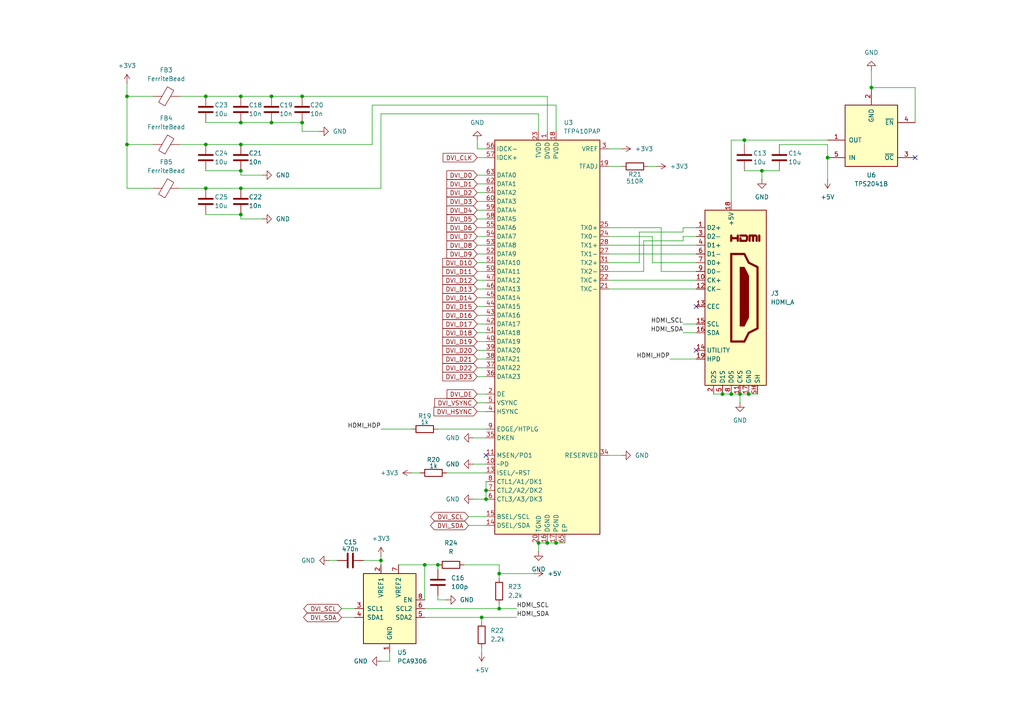
<source format=kicad_sch>
(kicad_sch (version 20231120) (generator "eeschema") (generator_version "8.0")
  (paper "A4")
  (title_block (title "ECP5 85F Platonic Board") (rev "V0.1") (company "ODHIN Unicamp") (comment 1 "Licensed under CERN OHL V2 Permissive") (comment 2 "Designed by: Julio Nunes Avelar"))
  (lib_symbols
    (symbol "Connector:HDMI_A"
      (property "Reference" "J" (at -6.35 26.67 0))
      (property "Value" "HDMI_A" (at 10.16 26.67 0))
      (symbol "HDMI_A_0_0"
        (polyline (pts (xy 8.128 16.51) (xy 8.128 18.034)) (stroke (width 0.635)))
        (polyline (pts (xy 0 16.51) (xy 0 18.034) (xy 0 17.272) (xy 1.905 17.272) (xy 1.905 18.034) (xy 1.905 16.51)) (stroke (width 0.635)))
        (polyline (pts (xy 2.667 18.034) (xy 4.318 18.034) (xy 4.572 17.78) (xy 4.572 16.764) (xy 4.318 16.51) (xy 2.667 16.51) (xy 2.667 17.272)) (stroke (width 0.635)))
      )
      (symbol "HDMI_A_0_1"
        (rectangle (start -7.62 25.4) (end 10.16 -25.4) (stroke (width 0.254)) (fill (type background)))
        (polyline (pts (xy 2.54 8.89) (xy 3.81 8.89) (xy 5.08 6.35) (xy 5.08 -5.715) (xy 3.81 -8.255) (xy 2.54 -8.255) (xy 2.54 8.89)) (fill (type outline)))
        (polyline (pts (xy 5.334 16.51) (xy 5.334 18.034) (xy 6.35 18.034) (xy 6.35 16.51) (xy 6.35 18.034) (xy 7.112 18.034) (xy 7.366 17.78) (xy 7.366 16.51)) (stroke (width 0.635)))
        (polyline (pts (xy 0 12.7) (xy 0 -12.7) (xy 3.81 -12.7) (xy 5.08 -10.16) (xy 7.62 -8.89) (xy 7.62 8.89) (xy 5.08 10.16) (xy 3.81 12.7) (xy 0 12.7)) (stroke (width 0.635)))
      )
      (symbol "HDMI_A_1_1"
        (pin passive line (at -10.16 20.32 0) (length 2.54) (name "D2+") (number "1"))
        (pin passive line (at -10.16 5.08 0) (length 2.54) (name "CK+") (number "10"))
        (pin power_in line (at 2.54 -27.94 90) (length 2.54) (name "CKS") (number "11"))
        (pin passive line (at -10.16 2.54 0) (length 2.54) (name "CK-") (number "12"))
        (pin bidirectional line (at -10.16 -2.54 0) (length 2.54) (name "CEC") (number "13"))
        (pin passive line (at -10.16 -15.24 0) (length 2.54) (name "UTILITY") (number "14"))
        (pin passive line (at -10.16 -7.62 0) (length 2.54) (name "SCL") (number "15"))
        (pin bidirectional line (at -10.16 -10.16 0) (length 2.54) (name "SDA") (number "16"))
        (pin power_in line (at 5.08 -27.94 90) (length 2.54) (name "GND") (number "17"))
        (pin power_in line (at 0 27.94 270) (length 2.54) (name "+5V") (number "18"))
        (pin passive line (at -10.16 -17.78 0) (length 2.54) (name "HPD") (number "19"))
        (pin power_in line (at -5.08 -27.94 90) (length 2.54) (name "D2S") (number "2"))
        (pin passive line (at -10.16 17.78 0) (length 2.54) (name "D2-") (number "3"))
        (pin passive line (at -10.16 15.24 0) (length 2.54) (name "D1+") (number "4"))
        (pin power_in line (at -2.54 -27.94 90) (length 2.54) (name "D1S") (number "5"))
        (pin passive line (at -10.16 12.7 0) (length 2.54) (name "D1-") (number "6"))
        (pin passive line (at -10.16 10.16 0) (length 2.54) (name "D0+") (number "7"))
        (pin power_in line (at 0 -27.94 90) (length 2.54) (name "D0S") (number "8"))
        (pin passive line (at -10.16 7.62 0) (length 2.54) (name "D0-") (number "9"))
        (pin passive line (at 7.62 -27.94 90) (length 2.54) (name "SH") (number "SH"))
      )
    )
    (symbol "Device:C" (pin_numbers hide) (pin_names (offset 0.254))
      (property "Reference" "C" (at 0.635 2.54 0))
      (property "Value" "C" (at 0.635 -2.54 0))
      (symbol "C_0_1"
        (polyline (pts (xy -2.032 -0.762) (xy 2.032 -0.762)) (stroke (width 0.508)))
        (polyline (pts (xy -2.032 0.762) (xy 2.032 0.762)) (stroke (width 0.508)))
      )
      (symbol "C_1_1"
        (pin passive line (at 0 3.81 270) (length 2.794) (name "~") (number "1"))
        (pin passive line (at 0 -3.81 90) (length 2.794) (name "~") (number "2"))
      )
    )
    (symbol "Device:FerriteBead" (pin_numbers hide) (pin_names (offset 0))
      (property "Reference" "FB" (at -3.81 0.635 90))
      (property "Value" "FerriteBead" (at 3.81 0 90))
      (symbol "FerriteBead_0_1"
        (polyline (pts (xy 0 -1.27) (xy 0 -1.2192)))
        (polyline (pts (xy 0 1.27) (xy 0 1.2954)))
        (polyline (pts (xy -2.7686 0.4064) (xy -1.7018 2.2606) (xy 2.7686 -0.3048) (xy 1.6764 -2.159) (xy -2.7686 0.4064)))
      )
      (symbol "FerriteBead_1_1"
        (pin passive line (at 0 3.81 270) (length 2.54) (name "~") (number "1"))
        (pin passive line (at 0 -3.81 90) (length 2.54) (name "~") (number "2"))
      )
    )
    (symbol "Device:R" (pin_numbers hide) (pin_names (offset 0))
      (property "Reference" "R" (at 2.032 0 90))
      (property "Value" "R" (at 0 0 90))
      (symbol "R_0_1"
        (rectangle (start -1.016 -2.54) (end 1.016 2.54) (stroke (width 0.254)))
      )
      (symbol "R_1_1"
        (pin passive line (at 0 3.81 270) (length 1.27) (name "~") (number "1"))
        (pin passive line (at 0 -3.81 90) (length 1.27) (name "~") (number "2"))
      )
    )
    (symbol "Interface:PCA9306" (pin_names (offset 1.016))
      (property "Reference" "U" (at -7.62 11.43 0))
      (property "Value" "PCA9306" (at 5.08 11.43 0))
      (symbol "PCA9306_0_1"
        (rectangle (start -7.62 10.16) (end 7.62 -10.16) (stroke (width 0.254)) (fill (type background)))
      )
      (symbol "PCA9306_1_1"
        (pin power_in line (at 0 -12.7 90) (length 2.54) (name "GND") (number "1"))
        (pin power_in line (at -2.54 12.7 270) (length 2.54) (name "VREF1") (number "2"))
        (pin bidirectional line (at -10.16 0 0) (length 2.54) (name "SCL1") (number "3"))
        (pin bidirectional line (at -10.16 -2.54 0) (length 2.54) (name "SDA1") (number "4"))
        (pin bidirectional line (at 10.16 -2.54 180) (length 2.54) (name "SDA2") (number "5"))
        (pin bidirectional line (at 10.16 0 180) (length 2.54) (name "SCL2") (number "6"))
        (pin power_in line (at 2.54 12.7 270) (length 2.54) (name "VREF2") (number "7"))
        (pin input line (at 10.16 2.54 180) (length 2.54) (name "EN") (number "8"))
      )
    )
    (symbol "Power_Management:TPS2041B" (pin_names (offset 1.016))
      (property "Reference" "U" (at 0 10.795 0))
      (property "Value" "TPS2041B" (at 0 8.89 0))
      (symbol "TPS2041B_0_1"
        (rectangle (start -7.62 7.62) (end 7.62 -10.16) (stroke (width 0.254)) (fill (type background)))
      )
      (symbol "TPS2041B_1_1"
        (pin power_out line (at 12.7 0 180) (length 5.08) (name "OUT") (number "1"))
        (pin power_in line (at 0 -15.24 90) (length 5.08) (name "GND") (number "2"))
        (pin open_collector line (at -12.7 5.08 0) (length 5.08) (name "~{OC}") (number "3"))
        (pin input line (at -12.7 -5.08 0) (length 5.08) (name "~{EN}") (number "4"))
        (pin power_in line (at 12.7 5.08 180) (length 5.08) (name "IN") (number "5"))
      )
    )
    (symbol "Video:TFP410PAP"
      (property "Reference" "U" (at -13.97 57.15 0))
      (property "Value" "TFP410PAP" (at 11.43 57.15 0))
      (symbol "TFP410PAP_0_1"
        (rectangle (start -15.24 55.88) (end 15.24 -58.42) (stroke (width 0.254)) (fill (type background)))
      )
      (symbol "TFP410PAP_1_1"
        (pin power_in line (at 0 58.42 270) (length 2.54) (name "DVDD") (number "1"))
        (pin input line (at -17.78 -38.1 0) (length 2.54) (name "~PD") (number "10"))
        (pin output line (at -17.78 -35.56 0) (length 2.54) (name "MSEN/PO1") (number "11"))
        (pin passive line (at 0 58.42 270) (length 2.54) hide (name "DVDD") (number "12"))
        (pin input line (at -17.78 -40.64 0) (length 2.54) (name "ISEL/~RST") (number "13"))
        (pin bidirectional line (at -17.78 -55.88 0) (length 2.54) (name "DSEL/SDA") (number "14"))
        (pin input line (at -17.78 -53.34 0) (length 2.54) (name "BSEL/SCL") (number "15"))
        (pin power_in line (at 0 -60.96 90) (length 2.54) (name "DGND") (number "16"))
        (pin power_in line (at 2.54 -60.96 90) (length 2.54) (name "PGND") (number "17"))
        (pin power_in line (at 2.54 58.42 270) (length 2.54) (name "PVDD") (number "18"))
        (pin input line (at 17.78 48.26 180) (length 2.54) (name "TFADJ") (number "19"))
        (pin input line (at -17.78 -17.78 0) (length 2.54) (name "DE") (number "2"))
        (pin power_in line (at -2.54 -60.96 90) (length 2.54) (name "TGND") (number "20"))
        (pin output line (at 17.78 12.7 180) (length 2.54) (name "TXC-") (number "21"))
        (pin output line (at 17.78 15.24 180) (length 2.54) (name "TXC+") (number "22"))
        (pin power_in line (at -2.54 58.42 270) (length 2.54) (name "TVDD") (number "23"))
        (pin output line (at 17.78 27.94 180) (length 2.54) (name "TX0-") (number "24"))
        (pin output line (at 17.78 30.48 180) (length 2.54) (name "TX0+") (number "25"))
        (pin passive line (at -2.54 -60.96 90) (length 2.54) hide (name "TGND") (number "26"))
        (pin output line (at 17.78 22.86 180) (length 2.54) (name "TX1-") (number "27"))
        (pin output line (at 17.78 25.4 180) (length 2.54) (name "TX1+") (number "28"))
        (pin passive line (at -2.54 58.42 270) (length 2.54) hide (name "TVDD") (number "29"))
        (pin input line (at 17.78 53.34 180) (length 2.54) (name "VREF") (number "3"))
        (pin output line (at 17.78 17.78 180) (length 2.54) (name "TX2-") (number "30"))
        (pin output line (at 17.78 20.32 180) (length 2.54) (name "TX2+") (number "31"))
        (pin passive line (at -2.54 -60.96 90) (length 2.54) hide (name "TGND") (number "32"))
        (pin passive line (at 0 58.42 270) (length 2.54) hide (name "DVDD") (number "33"))
        (pin input line (at 17.78 -35.56 180) (length 2.54) (name "RESERVED") (number "34"))
        (pin input line (at -17.78 -30.48 0) (length 2.54) (name "DKEN") (number "35"))
        (pin input line (at -17.78 -12.7 0) (length 2.54) (name "DATA23") (number "36"))
        (pin input line (at -17.78 -10.16 0) (length 2.54) (name "DATA22") (number "37"))
        (pin input line (at -17.78 -7.62 0) (length 2.54) (name "DATA21") (number "38"))
        (pin input line (at -17.78 -5.08 0) (length 2.54) (name "DATA20") (number "39"))
        (pin input line (at -17.78 -22.86 0) (length 2.54) (name "HSYNC") (number "4"))
        (pin input line (at -17.78 -2.54 0) (length 2.54) (name "DATA19") (number "40"))
        (pin input line (at -17.78 0 0) (length 2.54) (name "DATA18") (number "41"))
        (pin input line (at -17.78 2.54 0) (length 2.54) (name "DATA17") (number "42"))
        (pin input line (at -17.78 5.08 0) (length 2.54) (name "DATA16") (number "43"))
        (pin input line (at -17.78 7.62 0) (length 2.54) (name "DATA15") (number "44"))
        (pin input line (at -17.78 10.16 0) (length 2.54) (name "DATA14") (number "45"))
        (pin input line (at -17.78 12.7 0) (length 2.54) (name "DATA13") (number "46"))
        (pin input line (at -17.78 15.24 0) (length 2.54) (name "DATA12") (number "47"))
        (pin passive line (at 0 -60.96 90) (length 2.54) hide (name "DGND") (number "48"))
        (pin no_connect line (at 15.24 -33.02 180) (length 2.54) hide (name "NC") (number "49"))
        (pin input line (at -17.78 -20.32 0) (length 2.54) (name "VSYNC") (number "5"))
        (pin input line (at -17.78 17.78 0) (length 2.54) (name "DATA11") (number "50"))
        (pin input line (at -17.78 20.32 0) (length 2.54) (name "DATA10") (number "51"))
        (pin input line (at -17.78 22.86 0) (length 2.54) (name "DATA9") (number "52"))
        (pin input line (at -17.78 25.4 0) (length 2.54) (name "DATA8") (number "53"))
        (pin input line (at -17.78 27.94 0) (length 2.54) (name "DATA7") (number "54"))
        (pin input line (at -17.78 30.48 0) (length 2.54) (name "DATA6") (number "55"))
        (pin input line (at -17.78 53.34 0) (length 2.54) (name "IDCK-") (number "56"))
        (pin input line (at -17.78 50.8 0) (length 2.54) (name "IDCK+") (number "57"))
        (pin input line (at -17.78 33.02 0) (length 2.54) (name "DATA5") (number "58"))
        (pin input line (at -17.78 35.56 0) (length 2.54) (name "DATA4") (number "59"))
        (pin input line (at -17.78 -48.26 0) (length 2.54) (name "CTL3/A3/DK3") (number "6"))
        (pin input line (at -17.78 38.1 0) (length 2.54) (name "DATA3") (number "60"))
        (pin input line (at -17.78 40.64 0) (length 2.54) (name "DATA2") (number "61"))
        (pin input line (at -17.78 43.18 0) (length 2.54) (name "DATA1") (number "62"))
        (pin input line (at -17.78 45.72 0) (length 2.54) (name "DATA0") (number "63"))
        (pin passive line (at 0 -60.96 90) (length 2.54) hide (name "DGND") (number "64"))
        (pin power_in line (at 5.08 -60.96 90) (length 2.54) (name "EP") (number "65"))
        (pin input line (at -17.78 -45.72 0) (length 2.54) (name "CTL2/A2/DK2") (number "7"))
        (pin input line (at -17.78 -43.18 0) (length 2.54) (name "CTL1/A1/DK1") (number "8"))
        (pin input line (at -17.78 -27.94 0) (length 2.54) (name "EDGE/HTPLG") (number "9"))
      )
    )
    (symbol "power:+3V3" (power) (pin_numbers hide) (pin_names (offset 0) hide)
      (property "Value" "+3V3" (at 0 3.556 0))
      (symbol "+3V3_0_1"
        (polyline (pts (xy -0.762 1.27) (xy 0 2.54)))
        (polyline (pts (xy 0 0) (xy 0 2.54)))
        (polyline (pts (xy 0 2.54) (xy 0.762 1.27)))
      )
      (symbol "+3V3_1_1"
        (pin power_in line (at 0 0 90) (length 0) (name "~") (number "1"))
      )
    )
    (symbol "power:+5V" (power) (pin_numbers hide) (pin_names (offset 0) hide)
      (property "Value" "+5V" (at 0 3.556 0))
      (symbol "+5V_0_1"
        (polyline (pts (xy -0.762 1.27) (xy 0 2.54)))
        (polyline (pts (xy 0 0) (xy 0 2.54)))
        (polyline (pts (xy 0 2.54) (xy 0.762 1.27)))
      )
      (symbol "+5V_1_1"
        (pin power_in line (at 0 0 90) (length 0) (name "~") (number "1"))
      )
    )
    (symbol "power:GND" (power) (pin_numbers hide) (pin_names (offset 0) hide)
      (property "Value" "GND" (at 0 -3.81 0))
      (symbol "GND_0_1"
        (polyline (pts (xy 0 0) (xy 0 -1.27) (xy 1.27 -1.27) (xy 0 -2.54) (xy -1.27 -1.27) (xy 0 -1.27)))
      )
      (symbol "GND_1_1"
        (pin power_in line (at 0 0 270) (length 0) (name "~") (number "1"))
      )
    )
  )
  (junction (at 156.21 157.48))
  (junction (at 36.83 27.94))
  (junction (at 140.97 142.24))
  (junction (at 87.63 35.56))
  (junction (at 127 163.83))
  (junction (at 59.69 27.94))
  (junction (at 78.74 27.94))
  (junction (at 110.49 162.56))
  (junction (at 144.78 166.37))
  (junction (at 209.55 114.3))
  (junction (at 59.69 41.91))
  (junction (at 69.85 49.53))
  (junction (at 215.9 40.64))
  (junction (at 220.98 49.53))
  (junction (at 69.85 35.56))
  (junction (at 123.19 163.83))
  (junction (at 78.74 35.56))
  (junction (at 87.63 27.94))
  (junction (at 139.7 179.07))
  (junction (at 69.85 41.91))
  (junction (at 252.73 25.4))
  (junction (at 240.03 45.72))
  (junction (at 59.69 54.61))
  (junction (at 69.85 27.94))
  (junction (at 214.63 114.3))
  (junction (at 158.75 157.48))
  (junction (at 36.83 41.91))
  (junction (at 144.78 176.53))
  (junction (at 161.29 157.48))
  (junction (at 217.17 114.3))
  (junction (at 69.85 62.23))
  (junction (at 140.97 144.78))
  (junction (at 212.09 114.3))
  (junction (at 69.85 54.61))
  (no_connect (at 201.93 88.9))
  (no_connect (at 140.97 132.08))
  (no_connect (at 201.93 101.6))
  (no_connect (at 265.43 45.72))
  (wire (pts (xy 158.75 38.1) (xy 158.75 27.94)))
  (wire (pts (xy 194.31 104.14) (xy 201.93 104.14)))
  (wire (pts (xy 240.03 45.72) (xy 240.03 52.07)))
  (wire (pts (xy 87.63 35.56) (xy 87.63 38.1)))
  (wire (pts (xy 138.43 55.88) (xy 140.97 55.88)))
  (wire (pts (xy 127 172.72) (xy 127 173.99)))
  (wire (pts (xy 99.06 176.53) (xy 102.87 176.53)))
  (wire (pts (xy 110.49 161.29) (xy 110.49 162.56)))
  (wire (pts (xy 144.78 175.26) (xy 144.78 176.53)))
  (wire (pts (xy 138.43 73.66) (xy 140.97 73.66)))
  (wire (pts (xy 156.21 157.48) (xy 156.21 160.02)))
  (wire (pts (xy 176.53 68.58) (xy 189.23 68.58)))
  (wire (pts (xy 140.97 142.24) (xy 140.97 144.78)))
  (wire (pts (xy 198.12 67.31) (xy 198.12 66.04)))
  (wire (pts (xy 138.43 40.64) (xy 138.43 43.18)))
  (wire (pts (xy 220.98 49.53) (xy 226.06 49.53)))
  (wire (pts (xy 78.74 35.56) (xy 87.63 35.56)))
  (wire (pts (xy 215.9 41.91) (xy 215.9 40.64)))
  (wire (pts (xy 123.19 179.07) (xy 139.7 179.07)))
  (wire (pts (xy 129.54 137.16) (xy 140.97 137.16)))
  (wire (pts (xy 138.43 101.6) (xy 140.97 101.6)))
  (wire (pts (xy 138.43 81.28) (xy 140.97 81.28)))
  (wire (pts (xy 186.69 78.74) (xy 186.69 69.85)))
  (wire (pts (xy 138.43 60.96) (xy 140.97 60.96)))
  (wire (pts (xy 185.42 76.2) (xy 185.42 67.31)))
  (wire (pts (xy 198.12 66.04) (xy 201.93 66.04)))
  (wire (pts (xy 176.53 81.28) (xy 201.93 81.28)))
  (wire (pts (xy 138.43 71.12) (xy 140.97 71.12)))
  (wire (pts (xy 123.19 176.53) (xy 144.78 176.53)))
  (wire (pts (xy 265.43 25.4) (xy 252.73 25.4)))
  (wire (pts (xy 110.49 124.46) (xy 119.38 124.46)))
  (wire (pts (xy 107.95 41.91) (xy 69.85 41.91)))
  (wire (pts (xy 52.07 54.61) (xy 59.69 54.61)))
  (wire (pts (xy 176.53 48.26) (xy 180.34 48.26)))
  (wire (pts (xy 52.07 27.94) (xy 59.69 27.94)))
  (wire (pts (xy 138.43 53.34) (xy 140.97 53.34)))
  (wire (pts (xy 176.53 71.12) (xy 201.93 71.12)))
  (wire (pts (xy 59.69 54.61) (xy 69.85 54.61)))
  (wire (pts (xy 207.01 114.3) (xy 209.55 114.3)))
  (wire (pts (xy 44.45 41.91) (xy 36.83 41.91)))
  (wire (pts (xy 138.43 45.72) (xy 140.97 45.72)))
  (wire (pts (xy 161.29 38.1) (xy 161.29 30.48)))
  (wire (pts (xy 144.78 167.64) (xy 144.78 166.37)))
  (wire (pts (xy 59.69 62.23) (xy 69.85 62.23)))
  (wire (pts (xy 138.43 109.22) (xy 140.97 109.22)))
  (wire (pts (xy 59.69 41.91) (xy 69.85 41.91)))
  (wire (pts (xy 135.89 149.86) (xy 140.97 149.86)))
  (wire (pts (xy 176.53 73.66) (xy 201.93 73.66)))
  (wire (pts (xy 138.43 93.98) (xy 140.97 93.98)))
  (wire (pts (xy 240.03 40.64) (xy 215.9 40.64)))
  (wire (pts (xy 186.69 69.85) (xy 198.12 69.85)))
  (wire (pts (xy 78.74 27.94) (xy 87.63 27.94)))
  (wire (pts (xy 123.19 173.99) (xy 123.19 163.83)))
  (wire (pts (xy 176.53 66.04) (xy 191.77 66.04)))
  (wire (pts (xy 59.69 49.53) (xy 69.85 49.53)))
  (wire (pts (xy 215.9 49.53) (xy 220.98 49.53)))
  (wire (pts (xy 176.53 76.2) (xy 185.42 76.2)))
  (wire (pts (xy 198.12 96.52) (xy 201.93 96.52)))
  (wire (pts (xy 36.83 27.94) (xy 44.45 27.94)))
  (wire (pts (xy 138.43 114.3) (xy 140.97 114.3)))
  (wire (pts (xy 137.16 127) (xy 140.97 127)))
  (wire (pts (xy 156.21 38.1) (xy 156.21 33.02)))
  (wire (pts (xy 187.96 48.26) (xy 190.5 48.26)))
  (wire (pts (xy 198.12 93.98) (xy 201.93 93.98)))
  (wire (pts (xy 138.43 58.42) (xy 140.97 58.42)))
  (wire (pts (xy 176.53 132.08) (xy 180.34 132.08)))
  (wire (pts (xy 156.21 157.48) (xy 158.75 157.48)))
  (wire (pts (xy 217.17 114.3) (xy 219.71 114.3)))
  (wire (pts (xy 144.78 163.83) (xy 144.78 166.37)))
  (wire (pts (xy 127 165.1) (xy 127 163.83)))
  (wire (pts (xy 212.09 40.64) (xy 215.9 40.64)))
  (wire (pts (xy 138.43 104.14) (xy 140.97 104.14)))
  (wire (pts (xy 138.43 96.52) (xy 140.97 96.52)))
  (wire (pts (xy 209.55 114.3) (xy 212.09 114.3)))
  (wire (pts (xy 220.98 49.53) (xy 220.98 52.07)))
  (wire (pts (xy 176.53 43.18) (xy 180.34 43.18)))
  (wire (pts (xy 176.53 78.74) (xy 186.69 78.74)))
  (wire (pts (xy 198.12 69.85) (xy 198.12 68.58)))
  (wire (pts (xy 198.12 68.58) (xy 201.93 68.58)))
  (wire (pts (xy 44.45 54.61) (xy 36.83 54.61)))
  (wire (pts (xy 140.97 139.7) (xy 140.97 142.24)))
  (wire (pts (xy 144.78 176.53) (xy 149.86 176.53)))
  (wire (pts (xy 212.09 114.3) (xy 214.63 114.3)))
  (wire (pts (xy 191.77 66.04) (xy 191.77 78.74)))
  (wire (pts (xy 127 173.99) (xy 129.54 173.99)))
  (wire (pts (xy 99.06 179.07) (xy 102.87 179.07)))
  (wire (pts (xy 212.09 58.42) (xy 212.09 40.64)))
  (wire (pts (xy 138.43 119.38) (xy 140.97 119.38)))
  (wire (pts (xy 95.25 162.56) (xy 97.79 162.56)))
  (wire (pts (xy 176.53 83.82) (xy 201.93 83.82)))
  (wire (pts (xy 161.29 30.48) (xy 107.95 30.48)))
  (wire (pts (xy 138.43 116.84) (xy 140.97 116.84)))
  (wire (pts (xy 76.2 63.5) (xy 69.85 63.5)))
  (wire (pts (xy 36.83 41.91) (xy 36.83 27.94)))
  (wire (pts (xy 252.73 20.32) (xy 252.73 25.4)))
  (wire (pts (xy 189.23 76.2) (xy 201.93 76.2)))
  (wire (pts (xy 139.7 179.07) (xy 149.86 179.07)))
  (wire (pts (xy 69.85 50.8) (xy 69.85 49.53)))
  (wire (pts (xy 158.75 27.94) (xy 87.63 27.94)))
  (wire (pts (xy 226.06 41.91) (xy 240.03 41.91)))
  (wire (pts (xy 115.57 163.83) (xy 123.19 163.83)))
  (wire (pts (xy 139.7 180.34) (xy 139.7 179.07)))
  (wire (pts (xy 138.43 43.18) (xy 140.97 43.18)))
  (wire (pts (xy 138.43 50.8) (xy 140.97 50.8)))
  (wire (pts (xy 138.43 68.58) (xy 140.97 68.58)))
  (wire (pts (xy 36.83 24.13) (xy 36.83 27.94)))
  (wire (pts (xy 265.43 35.56) (xy 265.43 25.4)))
  (wire (pts (xy 138.43 99.06) (xy 140.97 99.06)))
  (wire (pts (xy 107.95 30.48) (xy 107.95 41.91)))
  (wire (pts (xy 138.43 88.9) (xy 140.97 88.9)))
  (wire (pts (xy 214.63 114.3) (xy 217.17 114.3)))
  (wire (pts (xy 158.75 157.48) (xy 161.29 157.48)))
  (wire (pts (xy 144.78 166.37) (xy 154.94 166.37)))
  (wire (pts (xy 69.85 63.5) (xy 69.85 62.23)))
  (wire (pts (xy 76.2 50.8) (xy 69.85 50.8)))
  (wire (pts (xy 134.62 163.83) (xy 144.78 163.83)))
  (wire (pts (xy 137.16 144.78) (xy 140.97 144.78)))
  (wire (pts (xy 119.38 137.16) (xy 121.92 137.16)))
  (wire (pts (xy 214.63 114.3) (xy 214.63 116.84)))
  (wire (pts (xy 110.49 33.02) (xy 110.49 54.61)))
  (wire (pts (xy 110.49 54.61) (xy 69.85 54.61)))
  (wire (pts (xy 69.85 27.94) (xy 78.74 27.94)))
  (wire (pts (xy 52.07 41.91) (xy 59.69 41.91)))
  (wire (pts (xy 110.49 162.56) (xy 110.49 163.83)))
  (wire (pts (xy 138.43 66.04) (xy 140.97 66.04)))
  (wire (pts (xy 189.23 68.58) (xy 189.23 76.2)))
  (wire (pts (xy 191.77 78.74) (xy 201.93 78.74)))
  (wire (pts (xy 59.69 27.94) (xy 69.85 27.94)))
  (wire (pts (xy 138.43 106.68) (xy 140.97 106.68)))
  (wire (pts (xy 138.43 76.2) (xy 140.97 76.2)))
  (wire (pts (xy 138.43 91.44) (xy 140.97 91.44)))
  (wire (pts (xy 156.21 33.02) (xy 110.49 33.02)))
  (wire (pts (xy 105.41 162.56) (xy 110.49 162.56)))
  (wire (pts (xy 139.7 187.96) (xy 139.7 189.23)))
  (wire (pts (xy 113.03 191.77) (xy 113.03 189.23)))
  (wire (pts (xy 138.43 86.36) (xy 140.97 86.36)))
  (wire (pts (xy 138.43 78.74) (xy 140.97 78.74)))
  (wire (pts (xy 138.43 63.5) (xy 140.97 63.5)))
  (wire (pts (xy 185.42 67.31) (xy 198.12 67.31)))
  (wire (pts (xy 137.16 134.62) (xy 140.97 134.62)))
  (wire (pts (xy 123.19 163.83) (xy 127 163.83)))
  (wire (pts (xy 110.49 191.77) (xy 113.03 191.77)))
  (wire (pts (xy 240.03 41.91) (xy 240.03 45.72)))
  (wire (pts (xy 161.29 157.48) (xy 163.83 157.48)))
  (wire (pts (xy 92.71 38.1) (xy 87.63 38.1)))
  (wire (pts (xy 138.43 83.82) (xy 140.97 83.82)))
  (wire (pts (xy 36.83 54.61) (xy 36.83 41.91)))
  (wire (pts (xy 135.89 152.4) (xy 140.97 152.4)))
  (wire (pts (xy 69.85 35.56) (xy 78.74 35.56)))
  (wire (pts (xy 59.69 35.56) (xy 69.85 35.56)))
  (wire (pts (xy 127 124.46) (xy 140.97 124.46)))
  (label "HDMI_HDP" (at 194.31 104.14 180))
  (label "HDMI_SDA" (at 149.86 179.07 0))
  (label "HDMI_SDA" (at 198.12 96.52 180))
  (label "HDMI_SCL" (at 149.86 176.53 0))
  (label "HDMI_SCL" (at 198.12 93.98 180))
  (label "HDMI_HDP" (at 110.49 124.46 180))
  (global_label "DVI_DE" (shape input) (at 138.43 114.3 180) (property "Intersheetrefs" "${INTERSHEET_REFS}" (effects (hide yes))))
  (global_label "DVI_D0" (shape input) (at 138.43 50.8 180) (property "Intersheetrefs" "${INTERSHEET_REFS}" (effects (hide yes))))
  (global_label "DVI_D2" (shape input) (at 138.43 55.88 180) (property "Intersheetrefs" "${INTERSHEET_REFS}" (effects (hide yes))))
  (global_label "DVI_D1" (shape input) (at 138.43 53.34 180) (property "Intersheetrefs" "${INTERSHEET_REFS}" (effects (hide yes))))
  (global_label "DVI_D23" (shape input) (at 138.43 109.22 180) (property "Intersheetrefs" "${INTERSHEET_REFS}" (effects (hide yes))))
  (global_label "DVI_D3" (shape input) (at 138.43 58.42 180) (property "Intersheetrefs" "${INTERSHEET_REFS}" (effects (hide yes))))
  (global_label "DVI_SDA" (shape bidirectional) (at 135.89 152.4 180) (property "Intersheetrefs" "${INTERSHEET_REFS}" (effects (hide yes))))
  (global_label "DVI_D16" (shape input) (at 138.43 91.44 180) (property "Intersheetrefs" "${INTERSHEET_REFS}" (effects (hide yes))))
  (global_label "DVI_D22" (shape input) (at 138.43 106.68 180) (property "Intersheetrefs" "${INTERSHEET_REFS}" (effects (hide yes))))
  (global_label "DVI_CLK" (shape input) (at 138.43 45.72 180) (property "Intersheetrefs" "${INTERSHEET_REFS}" (effects (hide yes))))
  (global_label "DVI_D8" (shape input) (at 138.43 71.12 180) (property "Intersheetrefs" "${INTERSHEET_REFS}" (effects (hide yes))))
  (global_label "DVI_SCL" (shape bidirectional) (at 135.89 149.86 180) (property "Intersheetrefs" "${INTERSHEET_REFS}" (effects (hide yes))))
  (global_label "DVI_D11" (shape input) (at 138.43 78.74 180) (property "Intersheetrefs" "${INTERSHEET_REFS}" (effects (hide yes))))
  (global_label "DVI_D4" (shape input) (at 138.43 60.96 180) (property "Intersheetrefs" "${INTERSHEET_REFS}" (effects (hide yes))))
  (global_label "DVI_D7" (shape input) (at 138.43 68.58 180) (property "Intersheetrefs" "${INTERSHEET_REFS}" (effects (hide yes))))
  (global_label "DVI_VSYNC" (shape input) (at 138.43 116.84 180) (property "Intersheetrefs" "${INTERSHEET_REFS}" (effects (hide yes))))
  (global_label "DVI_D21" (shape input) (at 138.43 104.14 180) (property "Intersheetrefs" "${INTERSHEET_REFS}" (effects (hide yes))))
  (global_label "DVI_D13" (shape input) (at 138.43 83.82 180) (property "Intersheetrefs" "${INTERSHEET_REFS}" (effects (hide yes))))
  (global_label "DVI_D20" (shape input) (at 138.43 101.6 180) (property "Intersheetrefs" "${INTERSHEET_REFS}" (effects (hide yes))))
  (global_label "DVI_D10" (shape input) (at 138.43 76.2 180) (property "Intersheetrefs" "${INTERSHEET_REFS}" (effects (hide yes))))
  (global_label "DVI_D19" (shape input) (at 138.43 99.06 180) (property "Intersheetrefs" "${INTERSHEET_REFS}" (effects (hide yes))))
  (global_label "DVI_SDA" (shape bidirectional) (at 99.06 179.07 180) (property "Intersheetrefs" "${INTERSHEET_REFS}" (effects (hide yes))))
  (global_label "DVI_HSYNC" (shape input) (at 138.43 119.38 180) (property "Intersheetrefs" "${INTERSHEET_REFS}" (effects (hide yes))))
  (global_label "DVI_D18" (shape input) (at 138.43 96.52 180) (property "Intersheetrefs" "${INTERSHEET_REFS}" (effects (hide yes))))
  (global_label "DVI_D17" (shape input) (at 138.43 93.98 180) (property "Intersheetrefs" "${INTERSHEET_REFS}" (effects (hide yes))))
  (global_label "DVI_D14" (shape input) (at 138.43 86.36 180) (property "Intersheetrefs" "${INTERSHEET_REFS}" (effects (hide yes))))
  (global_label "DVI_D6" (shape input) (at 138.43 66.04 180) (property "Intersheetrefs" "${INTERSHEET_REFS}" (effects (hide yes))))
  (global_label "DVI_D5" (shape input) (at 138.43 63.5 180) (property "Intersheetrefs" "${INTERSHEET_REFS}" (effects (hide yes))))
  (global_label "DVI_D15" (shape input) (at 138.43 88.9 180) (property "Intersheetrefs" "${INTERSHEET_REFS}" (effects (hide yes))))
  (global_label "DVI_D12" (shape input) (at 138.43 81.28 180) (property "Intersheetrefs" "${INTERSHEET_REFS}" (effects (hide yes))))
  (global_label "DVI_SCL" (shape bidirectional) (at 99.06 176.53 180) (property "Intersheetrefs" "${INTERSHEET_REFS}" (effects (hide yes))))
  (global_label "DVI_D9" (shape input) (at 138.43 73.66 180) (property "Intersheetrefs" "${INTERSHEET_REFS}" (effects (hide yes))))
  (symbol (lib_id "Device:R") (at 139.7 184.15 0) (unit 1)
    (property "Reference" "R22" (at 142.24 182.8799 0) (effects (justify left)))
    (property "Value" "2.2k" (at 142.24 185.4199 0) (effects (justify left)))
    (property "Description" "Resistor" (effects (hide yes)))
  )
  (symbol (lib_id "Connector:HDMI_A") (at 212.09 86.36 0) (unit 1)
    (property "Reference" "J3" (at 223.52 85.0899 0) (effects (justify left)))
    (property "Value" "HDMI_A" (at 223.52 87.6299 0) (effects (justify left)))
    (property "Datasheet" "https://en.wikipedia.org/wiki/HDMI" (effects (hide yes)))
    (property "Description" "HDMI type A connector" (effects (hide yes)))
  )
  (symbol (lib_id "Device:C") (at 215.9 45.72 0) (unit 1)
    (property "Reference" "C13" (at 218.44 44.45 0) (effects (justify left)))
    (property "Value" "10u" (at 218.44 46.99 0) (effects (justify left)))
    (property "Description" "Unpolarized capacitor" (effects (hide yes)))
  )
  (symbol (lib_id "Device:R") (at 125.73 137.16 90) (unit 1)
    (property "Reference" "R20" (at 125.73 133.35 90))
    (property "Value" "1k" (at 125.73 135.128 90))
    (property "Description" "Resistor" (effects (hide yes)))
  )
  (symbol (lib_id "power:+5V") (at 139.7 189.23 180) (unit 1)
    (property "Reference" "#PWR037" (effects (hide yes)))
    (property "Value" "+5V" (at 139.7 194.31 0))
    (property "Description" "Power symbol creates a global label with name \"+5V\"" (effects (hide yes)))
  )
  (symbol (lib_id "Power_Management:TPS2041B") (at 252.73 40.64 180) (unit 1)
    (property "Reference" "U6" (at 252.73 50.8 0))
    (property "Value" "TPS2041B" (at 252.73 53.34 0))
    (property "Footprint" "Package_TO_SOT_SMD:SOT-23-5" (effects (hide yes)))
    (property "Datasheet" "http://www.ti.com/lit/ds/symlink/tps2041.pdf" (effects (hide yes)))
    (property "Description" "Single power-distribution switcher" (effects (hide yes)))
  )
  (symbol (lib_id "power:GND") (at 92.71 38.1 90) (unit 1)
    (property "Reference" "#PWR081" (effects (hide yes)))
    (property "Value" "GND" (at 96.52 38.0999 90) (effects (justify right)))
    (property "Description" "Power symbol creates a global label with name \"GND\" , ground" (effects (hide yes)))
  )
  (symbol (lib_id "power:GND") (at 180.34 132.08 90) (unit 1)
    (property "Reference" "#PWR030" (effects (hide yes)))
    (property "Value" "GND" (at 184.15 132.0799 90) (effects (justify right)))
    (property "Description" "Power symbol creates a global label with name \"GND\" , ground" (effects (hide yes)))
  )
  (symbol (lib_id "Device:C") (at 59.69 31.75 0) (unit 1)
    (property "Reference" "C23" (at 62.23 30.48 0) (effects (justify left)))
    (property "Value" "10u" (at 62.23 33.02 0) (effects (justify left)))
    (property "Description" "Unpolarized capacitor" (effects (hide yes)))
  )
  (symbol (lib_id "Device:C") (at 87.63 31.75 0) (unit 1)
    (property "Reference" "C20" (at 89.916 30.48 0) (effects (justify left)))
    (property "Value" "10n" (at 89.916 33.02 0) (effects (justify left)))
    (property "Description" "Unpolarized capacitor" (effects (hide yes)))
  )
  (symbol (lib_id "Device:C") (at 78.74 31.75 0) (unit 1)
    (property "Reference" "C19" (at 81.026 30.48 0) (effects (justify left)))
    (property "Value" "10n" (at 81.026 33.02 0) (effects (justify left)))
    (property "Description" "Unpolarized capacitor" (effects (hide yes)))
  )
  (symbol (lib_id "power:GND") (at 156.21 160.02 0) (unit 1)
    (property "Reference" "#PWR029" (effects (hide yes)))
    (property "Value" "GND" (at 156.21 165.1 0))
    (property "Description" "Power symbol creates a global label with name \"GND\" , ground" (effects (hide yes)))
  )
  (symbol (lib_id "power:+3V3") (at 110.49 161.29 0) (unit 1)
    (property "Reference" "#PWR035" (effects (hide yes)))
    (property "Value" "+3V3" (at 110.49 156.21 0))
    (property "Description" "Power symbol creates a global label with name \"+3V3\"" (effects (hide yes)))
  )
  (symbol (lib_id "Device:FerriteBead") (at 48.26 27.94 90) (unit 1)
    (property "Reference" "FB3" (at 48.2092 20.32 90))
    (property "Value" "FerriteBead" (at 48.2092 22.86 90))
    (property "Description" "Ferrite bead" (effects (hide yes)))
  )
  (symbol (lib_id "Device:R") (at 130.81 163.83 90) (unit 1)
    (property "Reference" "R24" (at 130.81 157.48 90))
    (property "Value" "R" (at 130.81 160.02 90))
    (property "Description" "Resistor" (effects (hide yes)))
  )
  (symbol (lib_id "power:+3V3") (at 36.83 24.13 0) (unit 1)
    (property "Reference" "#PWR080" (effects (hide yes)))
    (property "Value" "+3V3" (at 36.83 19.05 0))
    (property "Description" "Power symbol creates a global label with name \"+3V3\"" (effects (hide yes)))
  )
  (symbol (lib_id "power:GND") (at 137.16 134.62 270) (unit 1)
    (property "Reference" "#PWR027" (effects (hide yes)))
    (property "Value" "GND" (at 133.35 134.6199 90) (effects (justify right)))
    (property "Description" "Power symbol creates a global label with name \"GND\" , ground" (effects (hide yes)))
  )
  (symbol (lib_id "power:+3V3") (at 190.5 48.26 270) (unit 1)
    (property "Reference" "#PWR033" (effects (hide yes)))
    (property "Value" "+3V3" (at 194.31 48.2599 90) (effects (justify left)))
    (property "Description" "Power symbol creates a global label with name \"+3V3\"" (effects (hide yes)))
  )
  (symbol (lib_id "Device:R") (at 123.19 124.46 90) (unit 1)
    (property "Reference" "R19" (at 123.19 120.65 90))
    (property "Value" "1k" (at 123.19 122.428 90))
    (property "Description" "Resistor" (effects (hide yes)))
  )
  (symbol (lib_id "power:+3V3") (at 180.34 43.18 270) (unit 1)
    (property "Reference" "#PWR032" (effects (hide yes)))
    (property "Value" "+3V3" (at 184.15 43.1799 90) (effects (justify left)))
    (property "Description" "Power symbol creates a global label with name \"+3V3\"" (effects (hide yes)))
  )
  (symbol (lib_id "power:GND") (at 110.49 191.77 270) (unit 1)
    (property "Reference" "#PWR034" (effects (hide yes)))
    (property "Value" "GND" (at 106.68 191.7699 90) (effects (justify right)))
    (property "Description" "Power symbol creates a global label with name \"GND\" , ground" (effects (hide yes)))
  )
  (symbol (lib_id "Interface:PCA9306") (at 113.03 176.53 0) (unit 1)
    (property "Reference" "U5" (at 115.2241 189.23 0) (effects (justify left)))
    (property "Value" "PCA9306" (at 115.2241 191.77 0) (effects (justify left)))
    (property "Footprint" "Package_SO:SSOP-8_2.95x2.8mm_P0.65mm" (effects (hide yes)))
    (property "Datasheet" "http://www.ti.com/lit/ds/symlink/pca9306.pdf" (effects (hide yes)))
    (property "Description" "Dual bidirectional I2C Bus and SMBus voltage level translator" (effects (hide yes)))
  )
  (symbol (lib_id "power:GND") (at 220.98 52.07 0) (unit 1)
    (property "Reference" "#PWR024" (effects (hide yes)))
    (property "Value" "GND" (at 220.98 57.15 0))
    (property "Description" "Power symbol creates a global label with name \"GND\" , ground" (effects (hide yes)))
  )
  (symbol (lib_id "Device:FerriteBead") (at 48.26 41.91 90) (unit 1)
    (property "Reference" "FB4" (at 48.2092 34.29 90))
    (property "Value" "FerriteBead" (at 48.2092 36.83 90))
    (property "Description" "Ferrite bead" (effects (hide yes)))
  )
  (symbol (lib_id "Device:C") (at 69.85 58.42 0) (unit 1)
    (property "Reference" "C22" (at 72.136 57.15 0) (effects (justify left)))
    (property "Value" "10n" (at 72.136 59.69 0) (effects (justify left)))
    (property "Description" "Unpolarized capacitor" (effects (hide yes)))
  )
  (symbol (lib_id "Device:C") (at 226.06 45.72 0) (unit 1)
    (property "Reference" "C14" (at 228.6 44.45 0) (effects (justify left)))
    (property "Value" "10u" (at 228.6 46.99 0) (effects (justify left)))
    (property "Description" "Unpolarized capacitor" (effects (hide yes)))
  )
  (symbol (lib_id "power:GND") (at 95.25 162.56 270) (unit 1)
    (property "Reference" "#PWR036" (effects (hide yes)))
    (property "Value" "GND" (at 91.44 162.5599 90) (effects (justify right)))
    (property "Description" "Power symbol creates a global label with name \"GND\" , ground" (effects (hide yes)))
  )
  (symbol (lib_id "Device:R") (at 184.15 48.26 90) (unit 1)
    (property "Reference" "R21" (at 184.15 50.546 90))
    (property "Value" "510R" (at 184.15 52.578 90))
    (property "Description" "Resistor" (effects (hide yes)))
  )
  (symbol (lib_id "Device:R") (at 144.78 171.45 0) (unit 1)
    (property "Reference" "R23" (at 147.32 170.1799 0) (effects (justify left)))
    (property "Value" "2.2k" (at 147.32 172.7199 0) (effects (justify left)))
    (property "Description" "Resistor" (effects (hide yes)))
  )
  (symbol (lib_id "power:GND") (at 252.73 20.32 180) (unit 1)
    (property "Reference" "#PWR022" (effects (hide yes)))
    (property "Value" "GND" (at 252.73 15.24 0))
    (property "Description" "Power symbol creates a global label with name \"GND\" , ground" (effects (hide yes)))
  )
  (symbol (lib_id "Device:C") (at 127 168.91 0) (unit 1)
    (property "Reference" "C16" (at 130.81 167.6399 0) (effects (justify left)))
    (property "Value" "100p" (at 130.81 170.1799 0) (effects (justify left)))
    (property "Description" "Unpolarized capacitor" (effects (hide yes)))
  )
  (symbol (lib_id "power:GND") (at 137.16 127 270) (unit 1)
    (property "Reference" "#PWR026" (effects (hide yes)))
    (property "Value" "GND" (at 133.35 126.9999 90) (effects (justify right)))
    (property "Description" "Power symbol creates a global label with name \"GND\" , ground" (effects (hide yes)))
  )
  (symbol (lib_id "Device:C") (at 69.85 45.72 0) (unit 1)
    (property "Reference" "C21" (at 72.136 44.45 0) (effects (justify left)))
    (property "Value" "10n" (at 72.136 46.99 0) (effects (justify left)))
    (property "Description" "Unpolarized capacitor" (effects (hide yes)))
  )
  (symbol (lib_id "power:+3V3") (at 119.38 137.16 90) (unit 1)
    (property "Reference" "#PWR031" (effects (hide yes)))
    (property "Value" "+3V3" (at 115.57 137.1599 90) (effects (justify left)))
    (property "Description" "Power symbol creates a global label with name \"+3V3\"" (effects (hide yes)))
  )
  (symbol (lib_id "Video:TFP410PAP") (at 158.75 96.52 0) (unit 1)
    (property "Reference" "U3" (at 163.4841 35.56 0) (effects (justify left)))
    (property "Value" "TFP410PAP" (at 163.4841 38.1 0) (effects (justify left)))
    (property "Footprint" "Package_QFP:HTQFP-64-1EP_10x10mm_P0.5mm_EP8x8mm_Mask4.4x4.4mm_ThermalVias" (effects (hide yes)))
    (property "Datasheet" "http://www.ti.com/lit/ds/symlink/tfp410.pdf" (effects (hide yes)))
    (property "Description" "Digital Visual Interface Compliant PanelBus Digital Transmitter, HTQFP-64" (effects (hide yes)))
  )
  (symbol (lib_id "power:GND") (at 138.43 40.64 180) (unit 1)
    (property "Reference" "#PWR025" (effects (hide yes)))
    (property "Value" "GND" (at 138.43 35.56 0))
    (property "Description" "Power symbol creates a global label with name \"GND\" , ground" (effects (hide yes)))
  )
  (symbol (lib_id "power:GND") (at 137.16 144.78 270) (unit 1)
    (property "Reference" "#PWR028" (effects (hide yes)))
    (property "Value" "GND" (at 133.35 144.7799 90) (effects (justify right)))
    (property "Description" "Power symbol creates a global label with name \"GND\" , ground" (effects (hide yes)))
  )
  (symbol (lib_id "power:GND") (at 76.2 50.8 90) (unit 1)
    (property "Reference" "#PWR082" (effects (hide yes)))
    (property "Value" "GND" (at 80.01 50.7999 90) (effects (justify right)))
    (property "Description" "Power symbol creates a global label with name \"GND\" , ground" (effects (hide yes)))
  )
  (symbol (lib_id "Device:C") (at 101.6 162.56 90) (unit 1)
    (property "Reference" "C15" (at 101.6 157.226 90))
    (property "Value" "470n" (at 101.6 159.258 90))
    (property "Description" "Unpolarized capacitor" (effects (hide yes)))
  )
  (symbol (lib_id "power:GND") (at 129.54 173.99 90) (unit 1)
    (property "Reference" "#PWR039" (effects (hide yes)))
    (property "Value" "GND" (at 133.35 173.9899 90) (effects (justify right)))
    (property "Description" "Power symbol creates a global label with name \"GND\" , ground" (effects (hide yes)))
  )
  (symbol (lib_id "Device:C") (at 69.85 31.75 0) (unit 1)
    (property "Reference" "C18" (at 72.136 30.48 0) (effects (justify left)))
    (property "Value" "10n" (at 72.136 33.02 0) (effects (justify left)))
    (property "Description" "Unpolarized capacitor" (effects (hide yes)))
  )
  (symbol (lib_id "Device:C") (at 59.69 45.72 0) (unit 1)
    (property "Reference" "C24" (at 62.23 44.45 0) (effects (justify left)))
    (property "Value" "10u" (at 62.23 46.99 0) (effects (justify left)))
    (property "Description" "Unpolarized capacitor" (effects (hide yes)))
  )
  (symbol (lib_id "power:GND") (at 214.63 116.84 0) (unit 1)
    (property "Reference" "#PWR021" (effects (hide yes)))
    (property "Value" "GND" (at 214.63 121.92 0))
    (property "Description" "Power symbol creates a global label with name \"GND\" , ground" (effects (hide yes)))
  )
  (symbol (lib_id "power:+5V") (at 240.03 52.07 180) (unit 1)
    (property "Reference" "#PWR023" (effects (hide yes)))
    (property "Value" "+5V" (at 240.03 57.15 0))
    (property "Description" "Power symbol creates a global label with name \"+5V\"" (effects (hide yes)))
  )
  (symbol (lib_id "Device:FerriteBead") (at 48.26 54.61 90) (unit 1)
    (property "Reference" "FB5" (at 48.2092 46.99 90))
    (property "Value" "FerriteBead" (at 48.2092 49.53 90))
    (property "Description" "Ferrite bead" (effects (hide yes)))
  )
  (symbol (lib_id "power:+5V") (at 154.94 166.37 270) (unit 1)
    (property "Reference" "#PWR038" (effects (hide yes)))
    (property "Value" "+5V" (at 158.75 166.3699 90) (effects (justify left)))
    (property "Description" "Power symbol creates a global label with name \"+5V\"" (effects (hide yes)))
  )
  (symbol (lib_id "Device:C") (at 59.69 58.42 0) (unit 1)
    (property "Reference" "C25" (at 62.23 57.15 0) (effects (justify left)))
    (property "Value" "10u" (at 62.23 59.69 0) (effects (justify left)))
    (property "Description" "Unpolarized capacitor" (effects (hide yes)))
  )
  (symbol (lib_id "power:GND") (at 76.2 63.5 90) (unit 1)
    (property "Reference" "#PWR083" (effects (hide yes)))
    (property "Value" "GND" (at 80.01 63.4999 90) (effects (justify right)))
    (property "Description" "Power symbol creates a global label with name \"GND\" , ground" (effects (hide yes)))
  )
)
</source>
